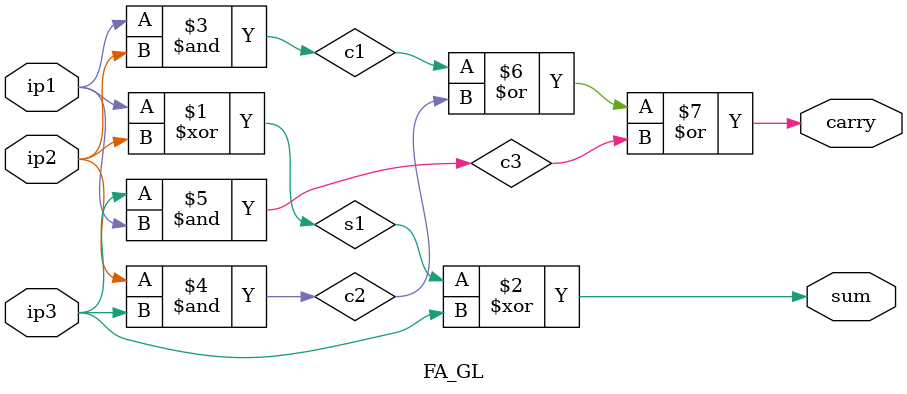
<source format=v>
`timescale 1ns / 1ps
module FA_GL(ip1,ip2,ip3,carry,sum);
    input ip1,ip2,ip3;
    output carry,sum;
    wire s1,c1,c2,c3;
    xor x1(s1,ip1,ip2);
    xor x2(sum,s1,ip3);
    and a1(c1,ip1,ip2);
    and a2(c2,ip2,ip3);
    and a3(c3,ip3,ip1);
    or o1(carry,c1,c2,c3);
endmodule
</source>
